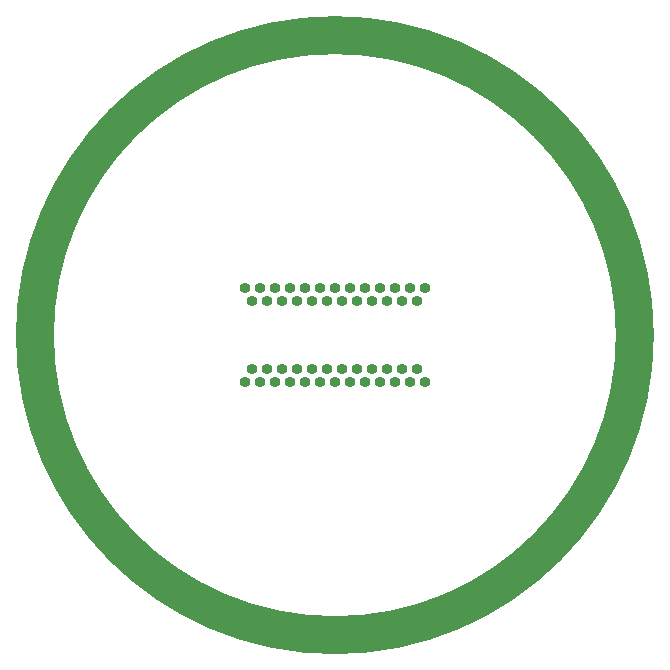
<source format=gbr>
%TF.GenerationSoftware,KiCad,Pcbnew,(5.1.9)-1*%
%TF.CreationDate,2021-07-21T16:10:05-06:00*%
%TF.ProjectId,SingleFeedThru,53696e67-6c65-4466-9565-64546872752e,rev?*%
%TF.SameCoordinates,Original*%
%TF.FileFunction,Soldermask,Top*%
%TF.FilePolarity,Negative*%
%FSLAX46Y46*%
G04 Gerber Fmt 4.6, Leading zero omitted, Abs format (unit mm)*
G04 Created by KiCad (PCBNEW (5.1.9)-1) date 2021-07-21 16:10:05*
%MOMM*%
%LPD*%
G01*
G04 APERTURE LIST*
%ADD10C,3.200000*%
%ADD11O,0.920000X0.920000*%
G04 APERTURE END LIST*
D10*
X25400000Y0D02*
G75*
G03*
X25400000Y0I-25400000J0D01*
G01*
D11*
%TO.C,J1*%
X-7620000Y4000000D03*
X-6985000Y2900000D03*
X-6350000Y4000000D03*
X-5715000Y2900000D03*
X-5080000Y4000000D03*
X-4445000Y2900000D03*
X-3810000Y4000000D03*
X-3175000Y2900000D03*
X-2540000Y4000000D03*
X-1905000Y2900000D03*
X-1270000Y4000000D03*
X-635000Y2900000D03*
X0Y4000000D03*
X635000Y2900000D03*
X1270000Y4000000D03*
X1905000Y2900000D03*
X2540000Y4000000D03*
X3175000Y2900000D03*
X3810000Y4000000D03*
X4445000Y2900000D03*
X5080000Y4000000D03*
X5715000Y2900000D03*
X6350000Y4000000D03*
X6985000Y2900000D03*
X7620000Y4000000D03*
%TD*%
%TO.C,J2*%
X7620000Y-4000000D03*
X6985000Y-2900000D03*
X6350000Y-4000000D03*
X5715000Y-2900000D03*
X5080000Y-4000000D03*
X4445000Y-2900000D03*
X3810000Y-4000000D03*
X3175000Y-2900000D03*
X2540000Y-4000000D03*
X1905000Y-2900000D03*
X1270000Y-4000000D03*
X635000Y-2900000D03*
X0Y-4000000D03*
X-635000Y-2900000D03*
X-1270000Y-4000000D03*
X-1905000Y-2900000D03*
X-2540000Y-4000000D03*
X-3175000Y-2900000D03*
X-3810000Y-4000000D03*
X-4445000Y-2900000D03*
X-5080000Y-4000000D03*
X-5715000Y-2900000D03*
X-6350000Y-4000000D03*
X-6985000Y-2900000D03*
X-7620000Y-4000000D03*
%TD*%
M02*

</source>
